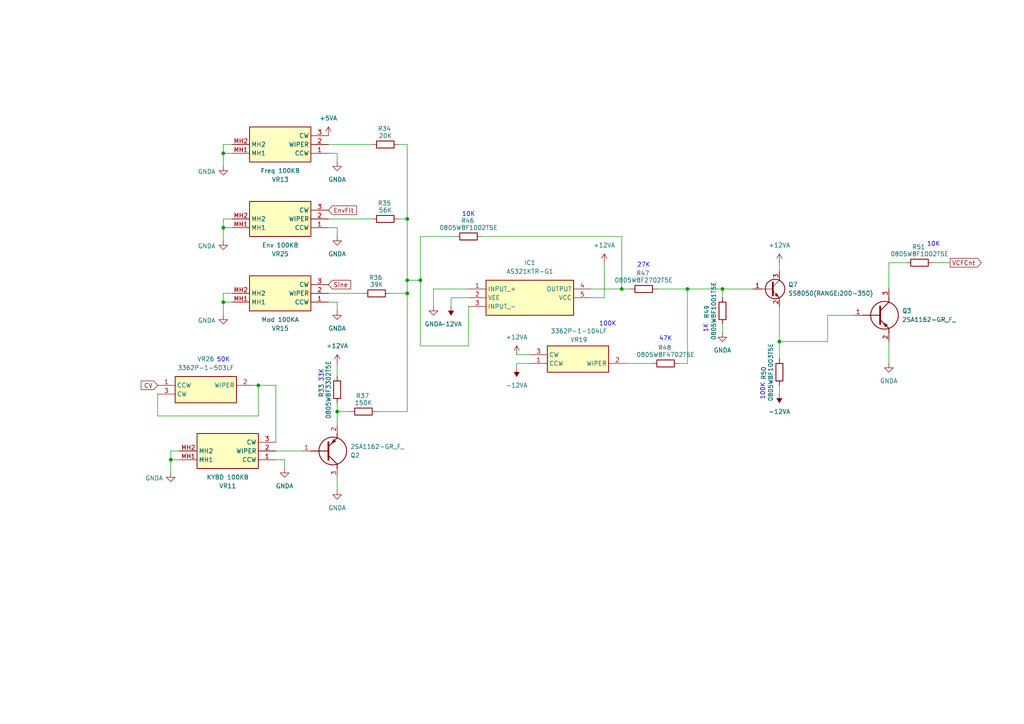
<source format=kicad_sch>
(kicad_sch (version 20250114) (generator "eeschema") (generator_version "9.0")
  (paper "A4")
  (lib_symbols
    (symbol "Device:R" (pin_numbers (hide yes)) (pin_names (offset 0))
      (property "Reference" "R" (at 2.032 0 90))
      (property "Value" "R" (at 0 0 90))
      (symbol "R_0_1"
        (rectangle (start -1.016 -2.54) (end 1.016 2.54) (stroke (width 0.254)))
      )
      (symbol "R_1_1"
        (pin passive line (at 0 3.81 270) (length 1.27) (name "~") (number "1"))
        (pin passive line (at 0 -3.81 90) (length 1.27) (name "~") (number "2"))
      )
    )
    (symbol "SamacSys_Parts:2SA1162-GR_F_" (pin_names (hide yes))
      (property "Reference" "Q" (at 13.97 1.27 0))
      (property "Value" "2SA1162-GR_F_" (at 13.97 -1.27 0))
      (symbol "2SA1162-GR_F__1_1"
        (polyline (pts (xy 2.54 0) (xy 7.62 0)) (stroke (width 0.254)))
        (polyline (pts (xy 7.62 2.54) (xy 7.62 -2.54)) (stroke (width 0.508)))
        (polyline (pts (xy 7.62 1.27) (xy 10.16 3.81)) (stroke (width 0.254)))
        (polyline (pts (xy 7.62 -1.27) (xy 10.16 -3.81)) (stroke (width 0.254)))
        (circle (center 8.89 0) (radius 4.016) (stroke (width 0.254)))
        (polyline (pts (xy 9.652 -2.794) (xy 9.144 -3.302) (xy 8.636 -2.286) (xy 9.652 -2.794)) (stroke (width 0.254)) (fill (type outline)))
        (polyline (pts (xy 10.16 3.81) (xy 10.16 5.08)) (stroke (width 0.254)))
        (polyline (pts (xy 10.16 -3.81) (xy 10.16 -5.08)) (stroke (width 0.254)))
        (pin passive line (at 0 0 0) (length 2.54) (name "B") (number "1"))
        (pin passive line (at 10.16 7.62 270) (length 2.54) (name "C") (number "3"))
        (pin passive line (at 10.16 -7.62 90) (length 2.54) (name "E") (number "2"))
      )
    )
    (symbol "SamacSys_Parts:3362P-1-103LF"
      (property "Reference" "VR" (at 24.13 7.62 0))
      (property "Value" "3362P-1-103LF" (at 24.13 5.08 0))
      (symbol "3362P-1-103LF_1_1"
        (rectangle (start 5.08 2.54) (end 22.86 -5.08) (stroke (width 0.254)) (fill (type background)))
        (pin passive line (at 0 0 0) (length 5.08) (name "CCW") (number "1"))
        (pin passive line (at 0 -2.54 0) (length 5.08) (name "CW") (number "3"))
        (pin passive line (at 27.94 0 180) (length 5.08) (name "WIPER") (number "2"))
      )
    )
    (symbol "SamacSys_Parts:AS321KTR-E1"
      (property "Reference" "D" (at 31.75 7.62 0))
      (property "Value" "AS321KTR-E1" (at 31.75 5.08 0))
      (symbol "AS321KTR-E1_1_1"
        (rectangle (start 5.08 2.54) (end 30.48 -7.62) (stroke (width 0.254)) (fill (type background)))
        (pin passive line (at 0 0 0) (length 5.08) (name "INPUT_+") (number "1"))
        (pin passive line (at 0 -2.54 0) (length 5.08) (name "VEE") (number "2"))
        (pin passive line (at 0 -5.08 0) (length 5.08) (name "INPUT_-") (number "3"))
        (pin passive line (at 35.56 0 180) (length 5.08) (name "OUTPUT") (number "4"))
        (pin passive line (at 35.56 -2.54 180) (length 5.08) (name "VCC") (number "5"))
      )
    )
    (symbol "SamacSys_Parts:RK09D117000B"
      (property "Reference" "VR" (at 24.13 7.62 0))
      (property "Value" "RK09D117000B" (at 24.13 5.08 0))
      (symbol "RK09D117000B_1_1"
        (rectangle (start 5.08 2.54) (end 22.86 -7.62) (stroke (width 0.254)) (fill (type background)))
        (pin passive line (at 0 0 0) (length 5.08) (name "CCW") (number "1"))
        (pin passive line (at 0 -2.54 0) (length 5.08) (name "WIPER") (number "2"))
        (pin passive line (at 0 -5.08 0) (length 5.08) (name "CW") (number "3"))
        (pin passive line (at 27.94 0 180) (length 5.08) (name "MH1") (number "MH1"))
        (pin passive line (at 27.94 -2.54 180) (length 5.08) (name "MH2") (number "MH2"))
      )
    )
    (symbol "Transistor_BJT:SS8050" (pin_names (offset 0) (hide yes))
      (property "Reference" "Q" (at 5.08 1.905 0))
      (property "Value" "SS8050" (at 5.08 0 0))
      (symbol "SS8050_0_1"
        (polyline (pts (xy -2.54 0) (xy 0.635 0)))
        (polyline (pts (xy 0.635 1.905) (xy 0.635 -1.905)) (stroke (width 0.508)))
        (circle (center 1.27 0) (radius 2.8194) (stroke (width 0.254)))
      )
      (symbol "SS8050_1_1"
        (polyline (pts (xy 0.635 0.635) (xy 2.54 2.54)))
        (polyline (pts (xy 0.635 -0.635) (xy 2.54 -2.54)))
        (polyline (pts (xy 1.27 -1.778) (xy 1.778 -1.27) (xy 2.286 -2.286) (xy 1.27 -1.778)) (fill (type outline)))
        (pin input line (at -5.08 0 0) (length 2.54) (name "B") (number "1"))
        (pin passive line (at 2.54 5.08 270) (length 2.54) (name "C") (number "3"))
        (pin passive line (at 2.54 -5.08 90) (length 2.54) (name "E") (number "2"))
      )
    )
    (symbol "power:+12VA" (power) (pin_numbers (hide yes)) (pin_names (offset 0) (hide yes))
      (property "Value" "+12VA" (at 0 3.556 0))
      (symbol "+12VA_0_1"
        (polyline (pts (xy -0.762 1.27) (xy 0 2.54)))
        (polyline (pts (xy 0 2.54) (xy 0.762 1.27)))
        (polyline (pts (xy 0 0) (xy 0 2.54)))
      )
      (symbol "+12VA_1_1"
        (pin power_in line (at 0 0 90) (length 0) (name "~") (number "1"))
      )
    )
    (symbol "power:+5VA" (power) (pin_numbers (hide yes)) (pin_names (offset 0) (hide yes))
      (property "Value" "+5VA" (at 0 3.556 0))
      (symbol "+5VA_0_1"
        (polyline (pts (xy -0.762 1.27) (xy 0 2.54)))
        (polyline (pts (xy 0 2.54) (xy 0.762 1.27)))
        (polyline (pts (xy 0 0) (xy 0 2.54)))
      )
      (symbol "+5VA_1_1"
        (pin power_in line (at 0 0 90) (length 0) (name "~") (number "1"))
      )
    )
    (symbol "power:-12VA" (power) (pin_numbers (hide yes)) (pin_names (offset 0) (hide yes))
      (property "Value" "-12VA" (at 0 3.556 0))
      (symbol "-12VA_0_0"
        (pin power_in line (at 0 0 90) (length 0) (name "~") (number "1"))
      )
      (symbol "-12VA_0_1"
        (polyline (pts (xy 0 0) (xy 0 1.27) (xy 0.762 1.27) (xy 0 2.54) (xy -0.762 1.27) (xy 0 1.27)) (fill (type outline)))
      )
    )
    (symbol "power:GNDA" (power) (pin_numbers (hide yes)) (pin_names (offset 0) (hide yes))
      (property "Value" "GNDA" (at 0 -3.81 0))
      (symbol "GNDA_0_1"
        (polyline (pts (xy 0 0) (xy 0 -1.27) (xy 1.27 -1.27) (xy 0 -2.54) (xy -1.27 -1.27) (xy 0 -1.27)))
      )
      (symbol "GNDA_1_1"
        (pin power_in line (at 0 0 270) (length 0) (name "~") (number "1"))
      )
    )
  )
  (text "100K" (at 176.276 93.98 0) (effects (font (size 1.27 1.27))))
  (text "47K" (at 193.04 98.298 0) (effects (font (size 1.27 1.27))))
  (text "10K" (at 135.89 62.23 0) (effects (font (size 1.27 1.27))))
  (text "10K" (at 270.764 70.866 0) (effects (font (size 1.27 1.27))))
  (text "27K" (at 186.69 76.962 0) (effects (font (size 1.27 1.27))))
  (text "50K" (at 64.77 104.394 0) (effects (font (size 1.27 1.27))))
  (text "1K" (at 204.724 95.25 90) (effects (font (size 1.27 1.27))))
  (text "33K" (at 93.218 108.966 90) (effects (font (size 1.27 1.27))))
  (text "100K" (at 221.234 113.538 90) (effects (font (size 1.27 1.27))))
  (junction (at 209.55 83.82))
  (junction (at 118.11 85.09))
  (junction (at 118.11 63.5))
  (junction (at 74.93 111.76))
  (junction (at 97.79 119.38))
  (junction (at 226.06 99.06))
  (junction (at 180.34 83.82))
  (junction (at 118.11 81.28))
  (junction (at 49.53 133.35))
  (junction (at 121.92 81.28))
  (junction (at 64.77 87.63))
  (junction (at 199.39 83.82))
  (junction (at 64.77 66.04))
  (junction (at 64.77 44.45))
  (wire (pts (xy 118.11 41.91) (xy 118.11 63.5)))
  (wire (pts (xy 67.31 41.91) (xy 64.77 41.91)))
  (wire (pts (xy 49.53 130.81) (xy 49.53 133.35)))
  (wire (pts (xy 175.26 86.36) (xy 171.45 86.36)))
  (wire (pts (xy 97.79 119.38) (xy 97.79 123.19)))
  (wire (pts (xy 181.61 105.41) (xy 189.23 105.41)))
  (wire (pts (xy 139.7 68.58) (xy 180.34 68.58)))
  (wire (pts (xy 97.79 119.38) (xy 101.6 119.38)))
  (wire (pts (xy 64.77 44.45) (xy 64.77 48.26)))
  (wire (pts (xy 64.77 66.04) (xy 64.77 69.85)))
  (wire (pts (xy 113.03 85.09) (xy 118.11 85.09)))
  (wire (pts (xy 209.55 93.98) (xy 209.55 96.52)))
  (wire (pts (xy 135.89 86.36) (xy 130.81 86.36)))
  (wire (pts (xy 97.79 44.45) (xy 97.79 46.99)))
  (wire (pts (xy 199.39 105.41) (xy 199.39 83.82)))
  (wire (pts (xy 257.81 76.2) (xy 257.81 83.82)))
  (wire (pts (xy 80.01 130.81) (xy 87.63 130.81)))
  (wire (pts (xy 95.25 63.5) (xy 107.95 63.5)))
  (wire (pts (xy 97.79 138.43) (xy 97.79 142.24)))
  (wire (pts (xy 226.06 111.76) (xy 226.06 114.3)))
  (wire (pts (xy 115.57 41.91) (xy 118.11 41.91)))
  (wire (pts (xy 171.45 83.82) (xy 180.34 83.82)))
  (wire (pts (xy 130.81 86.36) (xy 130.81 88.9)))
  (wire (pts (xy 95.25 41.91) (xy 107.95 41.91)))
  (wire (pts (xy 209.55 83.82) (xy 218.44 83.82)))
  (wire (pts (xy 175.26 76.2) (xy 175.26 86.36)))
  (wire (pts (xy 95.25 85.09) (xy 105.41 85.09)))
  (wire (pts (xy 115.57 63.5) (xy 118.11 63.5)))
  (wire (pts (xy 82.55 133.35) (xy 82.55 135.89)))
  (wire (pts (xy 45.72 120.65) (xy 45.72 114.3)))
  (wire (pts (xy 180.34 83.82) (xy 180.34 68.58)))
  (wire (pts (xy 64.77 63.5) (xy 64.77 66.04)))
  (wire (pts (xy 209.55 83.82) (xy 209.55 86.36)))
  (wire (pts (xy 121.92 68.58) (xy 121.92 81.28)))
  (wire (pts (xy 135.89 100.33) (xy 121.92 100.33)))
  (wire (pts (xy 257.81 99.06) (xy 257.81 105.41)))
  (wire (pts (xy 64.77 85.09) (xy 64.77 87.63)))
  (wire (pts (xy 95.25 66.04) (xy 97.79 66.04)))
  (wire (pts (xy 80.01 133.35) (xy 82.55 133.35)))
  (wire (pts (xy 270.51 76.2) (xy 275.59 76.2)))
  (wire (pts (xy 67.31 85.09) (xy 64.77 85.09)))
  (wire (pts (xy 132.08 68.58) (xy 121.92 68.58)))
  (wire (pts (xy 240.03 91.44) (xy 247.65 91.44)))
  (wire (pts (xy 226.06 99.06) (xy 240.03 99.06)))
  (wire (pts (xy 118.11 85.09) (xy 118.11 119.38)))
  (wire (pts (xy 226.06 99.06) (xy 226.06 104.14)))
  (wire (pts (xy 118.11 81.28) (xy 121.92 81.28)))
  (wire (pts (xy 67.31 63.5) (xy 64.77 63.5)))
  (wire (pts (xy 95.25 44.45) (xy 97.79 44.45)))
  (wire (pts (xy 121.92 100.33) (xy 121.92 81.28)))
  (wire (pts (xy 135.89 83.82) (xy 125.73 83.82)))
  (wire (pts (xy 149.86 102.87) (xy 153.67 102.87)))
  (wire (pts (xy 262.89 76.2) (xy 257.81 76.2)))
  (wire (pts (xy 74.93 120.65) (xy 45.72 120.65)))
  (wire (pts (xy 52.07 130.81) (xy 49.53 130.81)))
  (wire (pts (xy 109.22 119.38) (xy 118.11 119.38)))
  (wire (pts (xy 199.39 83.82) (xy 190.5 83.82)))
  (wire (pts (xy 67.31 87.63) (xy 64.77 87.63)))
  (wire (pts (xy 67.31 66.04) (xy 64.77 66.04)))
  (wire (pts (xy 125.73 83.82) (xy 125.73 88.9)))
  (wire (pts (xy 67.31 44.45) (xy 64.77 44.45)))
  (wire (pts (xy 49.53 133.35) (xy 49.53 137.16)))
  (wire (pts (xy 95.25 87.63) (xy 97.79 87.63)))
  (wire (pts (xy 199.39 83.82) (xy 209.55 83.82)))
  (wire (pts (xy 73.66 111.76) (xy 74.93 111.76)))
  (wire (pts (xy 118.11 81.28) (xy 118.11 85.09)))
  (wire (pts (xy 97.79 66.04) (xy 97.79 68.58)))
  (wire (pts (xy 226.06 76.2) (xy 226.06 78.74)))
  (wire (pts (xy 80.01 111.76) (xy 80.01 128.27)))
  (wire (pts (xy 196.85 105.41) (xy 199.39 105.41)))
  (wire (pts (xy 180.34 83.82) (xy 182.88 83.82)))
  (wire (pts (xy 64.77 41.91) (xy 64.77 44.45)))
  (wire (pts (xy 226.06 88.9) (xy 226.06 99.06)))
  (wire (pts (xy 74.93 111.76) (xy 80.01 111.76)))
  (wire (pts (xy 240.03 99.06) (xy 240.03 91.44)))
  (wire (pts (xy 52.07 133.35) (xy 49.53 133.35)))
  (wire (pts (xy 149.86 105.41) (xy 149.86 106.68)))
  (wire (pts (xy 97.79 116.84) (xy 97.79 119.38)))
  (wire (pts (xy 74.93 111.76) (xy 74.93 120.65)))
  (wire (pts (xy 153.67 105.41) (xy 149.86 105.41)))
  (wire (pts (xy 135.89 88.9) (xy 135.89 100.33)))
  (wire (pts (xy 97.79 105.41) (xy 97.79 109.22)))
  (wire (pts (xy 64.77 87.63) (xy 64.77 91.44)))
  (wire (pts (xy 118.11 63.5) (xy 118.11 81.28)))
  (wire (pts (xy 97.79 87.63) (xy 97.79 90.17)))
  (global_label "CV" (shape input) (at 45.72 111.76 180) (property "Intersheetrefs" "${INTERSHEET_REFS}" (effects (hide yes))))
  (global_label "Sine" (shape input) (at 95.25 82.55 0) (property "Intersheetrefs" "${INTERSHEET_REFS}" (effects (hide yes))))
  (global_label "VCFCnt" (shape output) (at 275.59 76.2 0) (property "Intersheetrefs" "${INTERSHEET_REFS}" (effects (hide yes))))
  (global_label "EnvFlt" (shape input) (at 95.25 60.96 0) (property "Intersheetrefs" "${INTERSHEET_REFS}" (effects (hide yes))))
  (symbol (lib_id "power:-12VA") (at 149.86 106.68 180) (unit 1)
    (property "Reference" "#PWR049" (effects (hide yes)))
    (property "Value" "-12VA" (at 149.86 111.76 0))
    (property "Description" "Power symbol creates a global label with name \"-12VA\"" (effects (hide yes)))
  )
  (symbol (lib_id "power:-12VA") (at 130.81 88.9 180) (unit 1)
    (property "Reference" "#PWR038" (effects (hide yes)))
    (property "Value" "-12VA" (at 130.81 93.98 0))
    (property "Description" "Power symbol creates a global label with name \"-12VA\"" (effects (hide yes)))
  )
  (symbol (lib_id "power:GNDA") (at 97.79 68.58 0) (unit 1)
    (property "Reference" "#PWR075" (effects (hide yes)))
    (property "Value" "GNDA" (at 97.79 73.66 0))
    (property "Description" "Power symbol creates a global label with name \"GNDA\" , analog ground" (effects (hide yes)))
  )
  (symbol (lib_id "power:GNDA") (at 97.79 46.99 0) (unit 1)
    (property "Reference" "#PWR080" (effects (hide yes)))
    (property "Value" "GNDA" (at 97.79 52.07 0))
    (property "Description" "Power symbol creates a global label with name \"GNDA\" , analog ground" (effects (hide yes)))
  )
  (symbol (lib_id "power:GNDA") (at 209.55 96.52 0) (unit 1)
    (property "Reference" "#PWR090" (effects (hide yes)))
    (property "Value" "GNDA" (at 209.55 101.6 0))
    (property "Description" "Power symbol creates a global label with name \"GNDA\" , analog ground" (effects (hide yes)))
  )
  (symbol (lib_id "SamacSys_Parts:RK09D117000B") (at 95.25 66.04 180) (unit 1)
    (property "Reference" "VR25" (at 81.28 73.66 0))
    (property "Value" "Env 100KB" (at 81.28 71.12 0))
    (property "Footprint" "SamacSys_parts:RK09D117000B" (effects (hide yes)))
    (property "Datasheet" "https://tech.alpsalpine.com/prod/j/html/potentiometer/rotarypotentiometers/rk09k/rk09d117000b.html" (effects (hide yes)))
    (property "Description" "9-inch insulated shaft snap-in type RK09K/RK09D series" (effects (hide yes)))
    (property "Height" "30" (effects (hide yes)))
    (property "Manufacturer_Name" "ALPS Electric" (effects (hide yes)))
    (property "Manufacturer_Part_Number" "RK09D117000B" (effects (hide yes)))
    (property "Mouser Part Number" "688-RK09D117000B" (effects (hide yes)))
    (property "Mouser Price/Stock" "https://www.mouser.co.uk/ProductDetail/Alps-Alpine/RK09D117000B?qs=3cOf6TWd2rbc67829PEbEQ%3D%3D" (effects (hide yes)))
  )
  (symbol (lib_id "SamacSys_Parts:2SA1162-GR_F_") (at 247.65 91.44 0) (unit 1)
    (property "Reference" "Q3" (at 261.62 90.1699 0) (effects (justify left)))
    (property "Value" "2SA1162-GR_F_" (at 261.62 92.7099 0) (effects (justify left)))
    (property "Footprint" "SamacSys_parts:1SS294LFT" (effects (hide yes)))
    (property "Datasheet" "https://toshiba.semicon-storage.com/ap-en/product/bipolar-transistor/bipolar-transistor/detail.2SA1162.html" (effects (hide yes)))
    (property "Description" "Transistor Toshiba 2SA1162-GR(F) PNP Bipolar Transistor, 0.15 A, 50 V, 3-Pin SC-59" (effects (hide yes)))
    (property "Height" "1.4" (effects (hide yes)))
    (property "Manufacturer_Name" "Toshiba" (effects (hide yes)))
    (property "Manufacturer_Part_Number" "2SA1162-GR(F)" (effects (hide yes)))
  )
  (symbol (lib_id "Device:R") (at 109.22 85.09 90) (unit 1)
    (property "Reference" "R36" (at 108.966 80.518 90))
    (property "Value" "39K" (at 109.22 82.55 90))
    (property "Footprint" "Resistor_THT:R_Axial_DIN0204_L3.6mm_D1.6mm_P7.62mm_Horizontal" (effects (hide yes)))
    (property "Description" "Resistor" (effects (hide yes)))
  )
  (symbol (lib_id "SamacSys_Parts:RK09D117000B") (at 80.01 133.35 180) (unit 1)
    (property "Reference" "VR11" (at 66.04 140.97 0))
    (property "Value" "KYBD 100KB" (at 66.04 138.43 0))
    (property "Footprint" "SamacSys_parts:RK09D117000B" (effects (hide yes)))
    (property "Datasheet" "https://tech.alpsalpine.com/prod/j/html/potentiometer/rotarypotentiometers/rk09k/rk09d117000b.html" (effects (hide yes)))
    (property "Description" "9-inch insulated shaft snap-in type RK09K/RK09D series" (effects (hide yes)))
    (property "Height" "30" (effects (hide yes)))
    (property "Manufacturer_Name" "ALPS Electric" (effects (hide yes)))
    (property "Manufacturer_Part_Number" "RK09D117000B" (effects (hide yes)))
    (property "Mouser Part Number" "688-RK09D117000B" (effects (hide yes)))
    (property "Mouser Price/Stock" "https://www.mouser.co.uk/ProductDetail/Alps-Alpine/RK09D117000B?qs=3cOf6TWd2rbc67829PEbEQ%3D%3D" (effects (hide yes)))
  )
  (symbol (lib_id "power:GNDA") (at 97.79 142.24 0) (unit 1)
    (property "Reference" "#PWR034" (effects (hide yes)))
    (property "Value" "GNDA" (at 97.79 147.32 0))
    (property "Description" "Power symbol creates a global label with name \"GNDA\" , analog ground" (effects (hide yes)))
  )
  (symbol (lib_id "SamacSys_Parts:RK09D117000B") (at 95.25 87.63 180) (unit 1)
    (property "Reference" "VR15" (at 81.28 95.25 0))
    (property "Value" "Mod 100KA" (at 81.28 92.71 0))
    (property "Footprint" "SamacSys_parts:RK09D117000B" (effects (hide yes)))
    (property "Datasheet" "https://tech.alpsalpine.com/prod/j/html/potentiometer/rotarypotentiometers/rk09k/rk09d117000b.html" (effects (hide yes)))
    (property "Description" "9-inch insulated shaft snap-in type RK09K/RK09D series" (effects (hide yes)))
    (property "Height" "30" (effects (hide yes)))
    (property "Manufacturer_Name" "ALPS Electric" (effects (hide yes)))
    (property "Manufacturer_Part_Number" "RK09D117000B" (effects (hide yes)))
    (property "Mouser Part Number" "688-RK09D117000B" (effects (hide yes)))
    (property "Mouser Price/Stock" "https://www.mouser.co.uk/ProductDetail/Alps-Alpine/RK09D117000B?qs=3cOf6TWd2rbc67829PEbEQ%3D%3D" (effects (hide yes)))
  )
  (symbol (lib_id "SamacSys_Parts:3362P-1-103LF") (at 45.72 111.76 0) (unit 1)
    (property "Reference" "VR26" (at 59.69 104.14 0))
    (property "Value" "3362P-1-503LF" (at 59.69 106.68 0))
    (property "Footprint" "SamacSys_parts:3362P_1" (effects (hide yes)))
    (property "Datasheet" "https://datasheet.datasheetarchive.com/originals/distributors/SFDatasheet-6/sf-000139931.pdf" (effects (hide yes)))
    (property "Description" "10k, Through Hole Trimmer Potentiometer 0.5W Top Adjust Bourns, 3362" (effects (hide yes)))
    (property "Manufacturer_Name" "Bourns" (effects (hide yes)))
    (property "Manufacturer_Part_Number" "3362P-1-103LF" (effects (hide yes)))
    (property "Mouser Part Number" "652-3362P-1-103LF" (effects (hide yes)))
    (property "Mouser Price/Stock" "https://www.mouser.co.uk/ProductDetail/Bourns/3362P-1-103LF?qs=tS7CBNq%252BQ07BavGNEQud%252BA%3D%3D" (effects (hide yes)))
    (property "Arrow Part Number" "3362P-1-103LF" (effects (hide yes)))
    (property "Arrow Price/Stock" "https://www.arrow.com/en/products/3362p-1-103lf/bourns?utm_currency=USD&region=nac" (effects (hide yes)))
    (instances (project "" (path "" (reference "VR26") (unit 1))) (project "" (path "" (reference "VR10") (unit 1))))
  )
  (symbol (lib_id "power:+12VA") (at 226.06 76.2 0) (unit 1)
    (property "Reference" "#PWR098" (effects (hide yes)))
    (property "Value" "+12VA" (at 226.06 71.12 0))
    (property "Description" "Power symbol creates a global label with name \"+12VA\"" (effects (hide yes)))
  )
  (symbol (lib_id "Device:R") (at 186.69 83.82 90) (unit 1)
    (property "Reference" "R47" (at 186.436 79.248 90))
    (property "Value" "0805W8F2702T5E" (at 186.69 81.28 90))
    (property "Footprint" "Resistor_SMD:R_0805_2012Metric_Pad1.20x1.40mm_HandSolder" (effects (hide yes)))
    (property "Description" "Resistor" (effects (hide yes)))
  )
  (symbol (lib_id "Device:R") (at 111.76 41.91 90) (unit 1)
    (property "Reference" "R34" (at 111.506 37.338 90))
    (property "Value" "20K" (at 111.76 39.37 90))
    (property "Footprint" "Resistor_THT:R_Axial_DIN0204_L3.6mm_D1.6mm_P7.62mm_Horizontal" (effects (hide yes)))
    (property "Description" "Resistor" (effects (hide yes)))
  )
  (symbol (lib_id "SamacSys_Parts:RK09D117000B") (at 95.25 44.45 180) (unit 1)
    (property "Reference" "VR13" (at 81.28 52.07 0))
    (property "Value" "Freq 100KB" (at 81.28 49.53 0))
    (property "Footprint" "SamacSys_parts:RK09D117000B" (effects (hide yes)))
    (property "Datasheet" "https://tech.alpsalpine.com/prod/j/html/potentiometer/rotarypotentiometers/rk09k/rk09d117000b.html" (effects (hide yes)))
    (property "Description" "9-inch insulated shaft snap-in type RK09K/RK09D series" (effects (hide yes)))
    (property "Height" "30" (effects (hide yes)))
    (property "Manufacturer_Name" "ALPS Electric" (effects (hide yes)))
    (property "Manufacturer_Part_Number" "RK09D117000B" (effects (hide yes)))
    (property "Mouser Part Number" "688-RK09D117000B" (effects (hide yes)))
    (property "Mouser Price/Stock" "https://www.mouser.co.uk/ProductDetail/Alps-Alpine/RK09D117000B?qs=3cOf6TWd2rbc67829PEbEQ%3D%3D" (effects (hide yes)))
  )
  (symbol (lib_id "Device:R") (at 135.89 68.58 90) (unit 1)
    (property "Reference" "R46" (at 135.636 64.008 90))
    (property "Value" "0805W8F1002T5E" (at 135.89 66.04 90))
    (property "Footprint" "Resistor_SMD:R_0805_2012Metric_Pad1.20x1.40mm_HandSolder" (effects (hide yes)))
    (property "Description" "Resistor" (effects (hide yes)))
  )
  (symbol (lib_id "power:GNDA") (at 64.77 91.44 0) (unit 1)
    (property "Reference" "#PWR083" (effects (hide yes)))
    (property "Value" "GNDA" (at 59.944 92.964 0))
    (property "Description" "Power symbol creates a global label with name \"GNDA\" , analog ground" (effects (hide yes)))
  )
  (symbol (lib_id "power:GNDA") (at 64.77 48.26 0) (unit 1)
    (property "Reference" "#PWR076" (effects (hide yes)))
    (property "Value" "GNDA" (at 59.944 49.784 0))
    (property "Description" "Power symbol creates a global label with name \"GNDA\" , analog ground" (effects (hide yes)))
  )
  (symbol (lib_id "power:GNDA") (at 125.73 88.9 0) (unit 1)
    (property "Reference" "#PWR041" (effects (hide yes)))
    (property "Value" "GNDA" (at 125.73 93.98 0))
    (property "Description" "Power symbol creates a global label with name \"GNDA\" , analog ground" (effects (hide yes)))
  )
  (symbol (lib_id "power:+12VA") (at 149.86 102.87 0) (unit 1)
    (property "Reference" "#PWR045" (effects (hide yes)))
    (property "Value" "+12VA" (at 149.86 97.79 0))
    (property "Description" "Power symbol creates a global label with name \"+12VA\"" (effects (hide yes)))
  )
  (symbol (lib_id "power:GNDA") (at 64.77 69.85 0) (unit 1)
    (property "Reference" "#PWR069" (effects (hide yes)))
    (property "Value" "GNDA" (at 59.944 71.374 0))
    (property "Description" "Power symbol creates a global label with name \"GNDA\" , analog ground" (effects (hide yes)))
  )
  (symbol (lib_id "SamacSys_Parts:3362P-1-103LF") (at 153.67 105.41 0) (mirror x) (unit 1)
    (property "Reference" "VR19" (at 167.894 98.552 0))
    (property "Value" "3362P-1-104LF" (at 167.894 96.012 0))
    (property "Footprint" "SamacSys_parts:3362P_1" (effects (hide yes)))
    (property "Datasheet" "https://datasheet.datasheetarchive.com/originals/distributors/SFDatasheet-6/sf-000139931.pdf" (effects (hide yes)))
    (property "Description" "10k, Through Hole Trimmer Potentiometer 0.5W Top Adjust Bourns, 3362" (effects (hide yes)))
    (property "Manufacturer_Name" "Bourns" (effects (hide yes)))
    (property "Manufacturer_Part_Number" "3362P-1-103LF" (effects (hide yes)))
    (property "Mouser Part Number" "652-3362P-1-103LF" (effects (hide yes)))
    (property "Mouser Price/Stock" "https://www.mouser.co.uk/ProductDetail/Bourns/3362P-1-103LF?qs=tS7CBNq%252BQ07BavGNEQud%252BA%3D%3D" (effects (hide yes)))
    (property "Arrow Part Number" "3362P-1-103LF" (effects (hide yes)))
    (property "Arrow Price/Stock" "https://www.arrow.com/en/products/3362p-1-103lf/bourns?utm_currency=USD&region=nac" (effects (hide yes)))
  )
  (symbol (lib_id "Device:R") (at 193.04 105.41 90) (unit 1)
    (property "Reference" "R48" (at 192.786 100.838 90))
    (property "Value" "0805W8F4702T5E" (at 193.04 102.87 90))
    (property "Footprint" "Resistor_SMD:R_0805_2012Metric_Pad1.20x1.40mm_HandSolder" (effects (hide yes)))
    (property "Description" "Resistor" (effects (hide yes)))
  )
  (symbol (lib_id "Device:R") (at 111.76 63.5 90) (unit 1)
    (property "Reference" "R35" (at 111.506 58.928 90))
    (property "Value" "56K" (at 111.76 60.96 90))
    (property "Footprint" "Resistor_THT:R_Axial_DIN0204_L3.6mm_D1.6mm_P7.62mm_Horizontal" (effects (hide yes)))
    (property "Description" "Resistor" (effects (hide yes)))
  )
  (symbol (lib_id "Device:R") (at 226.06 107.95 180) (unit 1)
    (property "Reference" "R50" (at 221.488 108.204 90))
    (property "Value" "0805W8F1003T5E" (at 223.52 107.95 90))
    (property "Footprint" "Resistor_SMD:R_0805_2012Metric_Pad1.20x1.40mm_HandSolder" (effects (hide yes)))
    (property "Description" "Resistor" (effects (hide yes)))
  )
  (symbol (lib_id "Device:R") (at 266.7 76.2 90) (unit 1)
    (property "Reference" "R51" (at 266.446 71.628 90))
    (property "Value" "0805W8F1002T5E" (at 266.7 73.66 90))
    (property "Footprint" "Resistor_SMD:R_0805_2012Metric_Pad1.20x1.40mm_HandSolder" (effects (hide yes)))
    (property "Description" "Resistor" (effects (hide yes)))
  )
  (symbol (lib_id "Device:R") (at 209.55 90.17 180) (unit 1)
    (property "Reference" "R49" (at 204.978 90.424 90))
    (property "Value" "0805W8F1001T5E" (at 207.01 90.17 90))
    (property "Footprint" "Resistor_SMD:R_0805_2012Metric_Pad1.20x1.40mm_HandSolder" (effects (hide yes)))
    (property "Description" "Resistor" (effects (hide yes)))
  )
  (symbol (lib_id "power:GNDA") (at 97.79 90.17 0) (unit 1)
    (property "Reference" "#PWR091" (effects (hide yes)))
    (property "Value" "GNDA" (at 97.79 95.25 0))
    (property "Description" "Power symbol creates a global label with name \"GNDA\" , analog ground" (effects (hide yes)))
  )
  (symbol (lib_id "power:+5VA") (at 95.25 39.37 0) (unit 1)
    (property "Reference" "#PWR081" (effects (hide yes)))
    (property "Value" "+5VA" (at 95.25 34.29 0))
    (property "Description" "Power symbol creates a global label with name \"+5VA\"" (effects (hide yes)))
  )
  (symbol (lib_id "Transistor_BJT:SS8050") (at 223.52 83.82 0) (unit 1)
    (property "Reference" "Q7" (at 228.6 82.5499 0) (effects (justify left)))
    (property "Value" "SS8050(RANGE:200-350)" (at 228.6 85.0899 0) (effects (justify left)))
    (property "Footprint" "Package_TO_SOT_SMD:SOT-23" (effects (hide yes)))
    (property "Datasheet" "http://www.secosgmbh.com/datasheet/products/SSMPTransistor/SOT-23/SS8050.pdf" (effects (hide yes)))
    (property "Description" "General Purpose NPN Transistor, 1.5A Ic, 25V Vce, SOT-23" (effects (hide yes)))
    (instances (project "" (path "" (reference "Q7") (unit 1))) (project "" (path "" (reference "Q1") (unit 1))))
  )
  (symbol (lib_id "SamacSys_Parts:AS321KTR-E1") (at 135.89 83.82 0) (unit 1)
    (property "Reference" "IC1" (at 153.67 76.2 0))
    (property "Value" "AS321KTR-G1" (at 153.67 78.74 0))
    (property "Footprint" "SamacSys_parts:SOT95P282X145-5N" (effects (hide yes)))
    (property "Datasheet" "https://www.diodes.com//assets/Datasheets/AS321.pdf" (effects (hide yes)))
    (property "Description" "Excellent Phase Margin: 60 deg.  Large Voltage Gain: 100dB (Typical)  Low Input Bias Current: 20nA (Typical)  Low Input Offset Voltage: 2mV (Typical)  Low Supply Current: 0.35mA at VCC = 5V  Wide Power Supply Voltage:  Single Supply: 3V to 36V  Dual Supplies: +/-1.5V to +/-18V  Wide Input Common Mode Voltage Range: 0V to VCC-1.5V  Lead-Free Packages: SOT25  Totally Lead-Free; RoHS Compliant (Notes 1 & 2)  Lead-Free Packages, Available in Green Molding Compound: SOT25  Totally Lead-F" (effects (hide yes)))
    (property "Height" "1.45" (effects (hide yes)))
    (property "Manufacturer_Name" "Diodes Incorporated" (effects (hide yes)))
    (property "Manufacturer_Part_Number" "AS321KTR-E1" (effects (hide yes)))
    (property "Mouser Part Number" "621-AS321KTR-E1" (effects (hide yes)))
    (property "Mouser Price/Stock" "https://www.mouser.co.uk/ProductDetail/Diodes-Incorporated/AS321KTR-E1?qs=5V6w%252Be2aIqbJH6DETpx4Lw%3D%3D" (effects (hide yes)))
    (property "Arrow Part Number" "AS321KTR-E1" (effects (hide yes)))
    (property "Arrow Price/Stock" "https://www.arrow.com/en/products/as321ktr-e1/diodes-incorporated?region=nac" (effects (hide yes)))
  )
  (symbol (lib_id "power:+12VA") (at 175.26 76.2 0) (unit 1)
    (property "Reference" "#PWR032" (effects (hide yes)))
    (property "Value" "+12VA" (at 175.26 71.12 0))
    (property "Description" "Power symbol creates a global label with name \"+12VA\"" (effects (hide yes)))
  )
  (symbol (lib_id "Device:R") (at 97.79 113.03 180) (unit 1)
    (property "Reference" "R33" (at 93.218 113.284 90))
    (property "Value" "0805W8F3302T5E" (at 95.25 113.03 90))
    (property "Footprint" "Resistor_SMD:R_0805_2012Metric_Pad1.20x1.40mm_HandSolder" (effects (hide yes)))
    (property "Description" "Resistor" (effects (hide yes)))
  )
  (symbol (lib_id "Device:R") (at 105.41 119.38 90) (unit 1)
    (property "Reference" "R37" (at 105.156 114.808 90))
    (property "Value" "150K" (at 105.41 116.84 90))
    (property "Footprint" "Resistor_THT:R_Axial_DIN0204_L3.6mm_D1.6mm_P7.62mm_Horizontal" (effects (hide yes)))
    (property "Description" "Resistor" (effects (hide yes)))
  )
  (symbol (lib_id "power:GNDA") (at 257.81 105.41 0) (unit 1)
    (property "Reference" "#PWR0104" (effects (hide yes)))
    (property "Value" "GNDA" (at 257.81 110.49 0))
    (property "Description" "Power symbol creates a global label with name \"GNDA\" , analog ground" (effects (hide yes)))
  )
  (symbol (lib_id "SamacSys_Parts:2SA1162-GR_F_") (at 87.63 130.81 0) (mirror x) (unit 1)
    (property "Reference" "Q2" (at 101.6 132.0801 0) (effects (justify left)))
    (property "Value" "2SA1162-GR_F_" (at 101.6 129.5401 0) (effects (justify left)))
    (property "Footprint" "SamacSys_parts:1SS294LFT" (effects (hide yes)))
    (property "Datasheet" "https://toshiba.semicon-storage.com/ap-en/product/bipolar-transistor/bipolar-transistor/detail.2SA1162.html" (effects (hide yes)))
    (property "Description" "Transistor Toshiba 2SA1162-GR(F) PNP Bipolar Transistor, 0.15 A, 50 V, 3-Pin SC-59" (effects (hide yes)))
    (property "Height" "1.4" (effects (hide yes)))
    (property "Manufacturer_Name" "Toshiba" (effects (hide yes)))
    (property "Manufacturer_Part_Number" "2SA1162-GR(F)" (effects (hide yes)))
  )
  (symbol (lib_id "power:-12VA") (at 226.06 114.3 180) (unit 1)
    (property "Reference" "#PWR0102" (effects (hide yes)))
    (property "Value" "-12VA" (at 226.06 119.38 0))
    (property "Description" "Power symbol creates a global label with name \"-12VA\"" (effects (hide yes)))
  )
  (symbol (lib_id "power:GNDA") (at 82.55 135.89 0) (unit 1)
    (property "Reference" "#PWR092" (effects (hide yes)))
    (property "Value" "GNDA" (at 82.55 140.97 0))
    (property "Description" "Power symbol creates a global label with name \"GNDA\" , analog ground" (effects (hide yes)))
  )
  (symbol (lib_id "power:GNDA") (at 49.53 137.16 0) (unit 1)
    (property "Reference" "#PWR042" (effects (hide yes)))
    (property "Value" "GNDA" (at 44.704 138.684 0))
    (property "Description" "Power symbol creates a global label with name \"GNDA\" , analog ground" (effects (hide yes)))
  )
  (symbol (lib_id "power:+12VA") (at 97.79 105.41 0) (unit 1)
    (property "Reference" "#PWR033" (effects (hide yes)))
    (property "Value" "+12VA" (at 97.79 100.33 0))
    (property "Description" "Power symbol creates a global label with name \"+12VA\"" (effects (hide yes)))
  )
)
</source>
